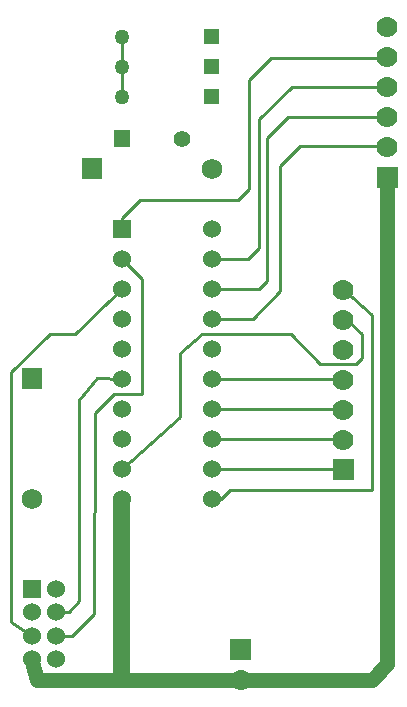
<source format=gtl>
G04 start of page 2 for group 0 idx 0 *
G04 Title: (unknown), top *
G04 Creator: pcb 20110918 *
G04 CreationDate: Sun 11 May 2014 08:57:41 GMT UTC *
G04 For: ksarkies *
G04 Format: Gerber/RS-274X *
G04 PCB-Dimensions: 157480 255906 *
G04 PCB-Coordinate-Origin: lower left *
%MOIN*%
%FSLAX25Y25*%
%LNTOP*%
%ADD22C,0.0394*%
%ADD21C,0.0280*%
%ADD20C,0.0380*%
%ADD19C,0.0300*%
%ADD18C,0.0200*%
%ADD17C,0.0700*%
%ADD16C,0.0680*%
%ADD15C,0.0600*%
%ADD14C,0.0001*%
%ADD13C,0.0550*%
%ADD12C,0.0500*%
%ADD11C,0.0100*%
G54D11*X42153Y118129D02*X35700Y111829D01*
X51603Y118029D02*X42153Y118129D01*
X45403Y113229D03*
X36603Y123429D02*X44803Y123229D01*
X30460Y116229D02*X36603Y123429D01*
X51616Y156529D02*X51603Y118029D01*
X51616Y156529D02*X44803Y163229D01*
X51603Y118029D02*X51501Y118829D01*
X40303Y148729D02*X44803Y153229D01*
Y173229D02*Y176709D01*
X20853Y138129D02*X7903Y125379D01*
X29303Y138129D02*X20853D01*
X40303Y148729D02*X29303Y138129D01*
X29103Y138033D01*
X45003Y217429D02*X44803Y217229D01*
Y237229D02*Y217229D01*
Y176709D02*X50800Y182706D01*
X101203Y138229D02*X71581Y138201D01*
X74603Y143029D02*X74803Y143229D01*
X88523D01*
X97600Y152306D02*Y194106D01*
X74603Y153029D02*X74803Y153229D01*
X88523Y143229D02*X97600Y152306D01*
X74803Y153229D02*X90523D01*
X93200Y155906D01*
X74803Y163229D02*X86823D01*
X90500Y166906D01*
X97600Y194106D02*X104100Y200606D01*
X132880D01*
X132913Y200573D01*
X50800Y182706D02*X83400D01*
X87100Y186406D01*
X132913Y190573D02*Y189393D01*
X93200Y155906D02*Y203306D01*
X90500Y166906D02*Y209606D01*
X87100Y186406D02*Y222706D01*
X94400Y230006D01*
X93200Y203306D02*X100200Y210306D01*
X90500Y209606D02*X101400Y220506D01*
X100200Y210306D02*X132646D01*
X132913Y210573D01*
X101400Y220506D02*X132846D01*
X132913Y220573D01*
X94400Y230006D02*X132346D01*
X132913Y230573D01*
Y230219D01*
X132700Y230006D01*
X128003Y144529D02*X128103Y86229D01*
X128003Y144529D02*X118403Y153229D01*
Y143229D02*X119603D01*
X124703Y138129D01*
Y130029D01*
X122903Y128229D01*
G54D12*X133200Y28106D02*Y190286D01*
G54D11*X132913Y190573D01*
Y189393D02*X133200Y189106D01*
X7903Y125379D02*Y42029D01*
X28203Y37529D02*X35503Y44881D01*
X30554Y116378D02*X30577Y49003D01*
X27177Y45355D01*
X35699Y111733D02*X35503Y44881D01*
G54D13*X44503Y23129D02*X44406Y82652D01*
G54D11*X14803Y37481D02*X7903Y42029D01*
X27177Y45355D02*X22677D01*
X28052Y37480D02*X22678D01*
X22677Y37481D01*
X14803Y29607D02*Y28729D01*
G54D12*X16503Y22929D01*
X84503D01*
G54D11*X84803Y23229D01*
G54D12*X85100Y22929D02*X128023D01*
X133200Y28106D01*
G54D11*X128103Y86229D02*X80803D01*
X118403Y93229D02*X74803D01*
X80803Y86229D02*X77803Y83229D01*
X74803D02*X77803D01*
X64303Y110429D02*X44803Y93229D01*
X118403Y103229D02*X74803D01*
X118403Y113229D02*X74803D01*
X118403Y123229D02*X74803D01*
X122903Y128229D02*X110703D01*
X64303Y131679D02*Y110429D01*
X71553Y138229D02*X64303Y131679D01*
X110703Y128229D02*X101203Y138229D01*
G54D14*G36*
X72303Y219729D02*Y214729D01*
X77303D01*
Y219729D01*
X72303D01*
G37*
G36*
Y229729D02*Y224729D01*
X77303D01*
Y229729D01*
X72303D01*
G37*
G36*
Y239729D02*Y234729D01*
X77303D01*
Y239729D01*
X72303D01*
G37*
G54D13*X64803Y203229D03*
G54D12*X44803Y217229D03*
Y227229D03*
Y237229D03*
G54D14*G36*
X42053Y205979D02*Y200479D01*
X47553D01*
Y205979D01*
X42053D01*
G37*
G36*
X31403Y196629D02*Y189829D01*
X38203D01*
Y196629D01*
X31403D01*
G37*
G36*
X41803Y176229D02*Y170229D01*
X47803D01*
Y176229D01*
X41803D01*
G37*
G54D15*X44803Y163229D03*
Y153229D03*
Y143229D03*
X74803D03*
Y153229D03*
Y163229D03*
Y173229D03*
G54D16*Y193229D03*
G54D15*X14803Y37481D03*
X22677D03*
X14803Y29607D03*
X22677D03*
G54D14*G36*
X11803Y56229D02*Y50229D01*
X17803D01*
Y56229D01*
X11803D01*
G37*
G54D15*X22677Y53229D03*
X14803Y45355D03*
X22677D03*
G54D16*X14803Y83229D03*
G54D14*G36*
X80953Y36379D02*Y29379D01*
X87953D01*
Y36379D01*
X80953D01*
G37*
G54D17*X84453Y22879D03*
G54D14*G36*
X11403Y126629D02*Y119829D01*
X18203D01*
Y126629D01*
X11403D01*
G37*
G54D15*X44803Y133229D03*
Y123229D03*
Y113229D03*
Y103229D03*
Y93229D03*
Y83229D03*
X74803D03*
Y93229D03*
Y103229D03*
Y113229D03*
Y123229D03*
Y133229D03*
G54D14*G36*
X115100Y96406D02*Y89406D01*
X122100D01*
Y96406D01*
X115100D01*
G37*
G54D17*X118600Y102906D03*
Y112906D03*
Y122906D03*
Y132906D03*
Y142906D03*
Y152906D03*
G54D14*G36*
X129700Y193786D02*Y186786D01*
X136700D01*
Y193786D01*
X129700D01*
G37*
G54D17*X133200Y200286D03*
Y210286D03*
Y220286D03*
Y230286D03*
Y240286D03*
G54D18*G54D19*G54D18*G54D19*G54D20*G54D21*G54D20*G54D22*G54D20*G54D21*G54D20*G54D21*M02*

</source>
